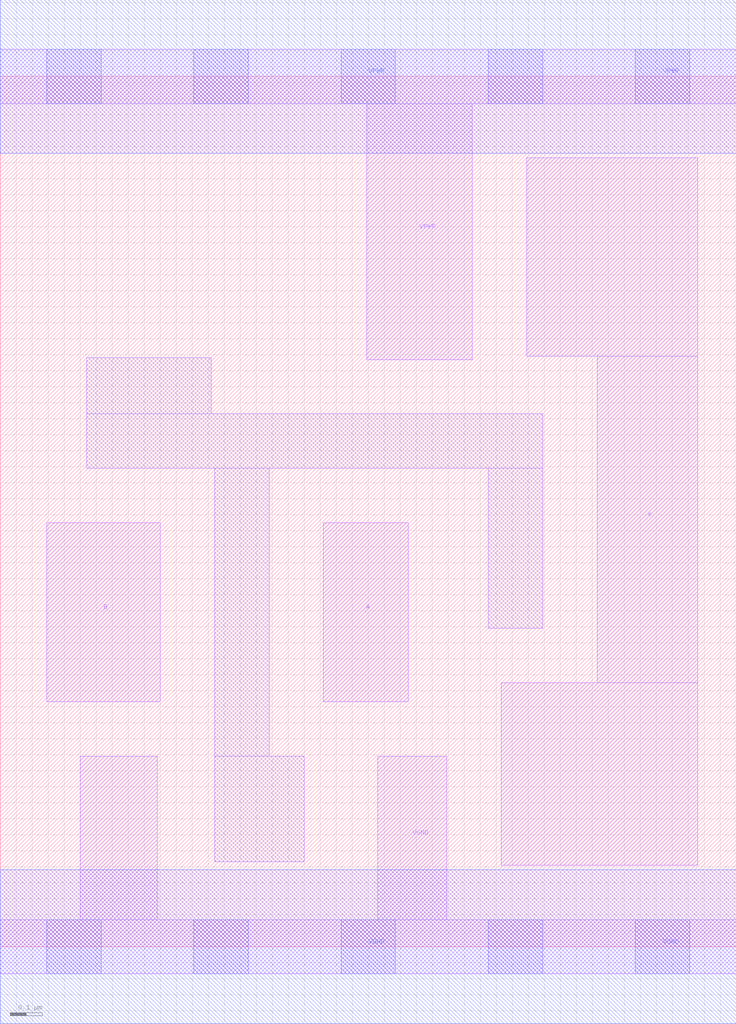
<source format=lef>
# Copyright 2020 The SkyWater PDK Authors
#
# Licensed under the Apache License, Version 2.0 (the "License");
# you may not use this file except in compliance with the License.
# You may obtain a copy of the License at
#
#     https://www.apache.org/licenses/LICENSE-2.0
#
# Unless required by applicable law or agreed to in writing, software
# distributed under the License is distributed on an "AS IS" BASIS,
# WITHOUT WARRANTIES OR CONDITIONS OF ANY KIND, either express or implied.
# See the License for the specific language governing permissions and
# limitations under the License.
#
# SPDX-License-Identifier: Apache-2.0

VERSION 5.7 ;
  NAMESCASESENSITIVE ON ;
  NOWIREEXTENSIONATPIN ON ;
  DIVIDERCHAR "/" ;
  BUSBITCHARS "[]" ;
UNITS
  DATABASE MICRONS 200 ;
END UNITS
MACRO sky130_fd_sc_hd__or2_1
  CLASS CORE ;
  SOURCE USER ;
  FOREIGN sky130_fd_sc_hd__or2_1 ;
  ORIGIN  0.000000  0.000000 ;
  SIZE  2.300000 BY  2.720000 ;
  SYMMETRY X Y R90 ;
  SITE unithd ;
  PIN A
    ANTENNAGATEAREA  0.126000 ;
    DIRECTION INPUT ;
    USE SIGNAL ;
    PORT
      LAYER li1 ;
        RECT 1.010000 0.765000 1.275000 1.325000 ;
    END
  END A
  PIN B
    ANTENNAGATEAREA  0.126000 ;
    DIRECTION INPUT ;
    USE SIGNAL ;
    PORT
      LAYER li1 ;
        RECT 0.145000 0.765000 0.500000 1.325000 ;
    END
  END B
  PIN X
    ANTENNADIFFAREA  0.509000 ;
    DIRECTION OUTPUT ;
    USE SIGNAL ;
    PORT
      LAYER li1 ;
        RECT 1.565000 0.255000 2.180000 0.825000 ;
        RECT 1.645000 1.845000 2.180000 2.465000 ;
        RECT 1.865000 0.825000 2.180000 1.845000 ;
    END
  END X
  PIN VGND
    DIRECTION INOUT ;
    SHAPE ABUTMENT ;
    USE GROUND ;
    PORT
      LAYER li1 ;
        RECT 0.000000 -0.085000 2.300000 0.085000 ;
        RECT 0.250000  0.085000 0.490000 0.595000 ;
        RECT 1.180000  0.085000 1.395000 0.595000 ;
      LAYER mcon ;
        RECT 0.145000 -0.085000 0.315000 0.085000 ;
        RECT 0.605000 -0.085000 0.775000 0.085000 ;
        RECT 1.065000 -0.085000 1.235000 0.085000 ;
        RECT 1.525000 -0.085000 1.695000 0.085000 ;
        RECT 1.985000 -0.085000 2.155000 0.085000 ;
      LAYER met1 ;
        RECT 0.000000 -0.240000 2.300000 0.240000 ;
    END
  END VGND
  PIN VPWR
    DIRECTION INOUT ;
    SHAPE ABUTMENT ;
    USE POWER ;
    PORT
      LAYER li1 ;
        RECT 0.000000 2.635000 2.300000 2.805000 ;
        RECT 1.145000 1.835000 1.475000 2.635000 ;
      LAYER mcon ;
        RECT 0.145000 2.635000 0.315000 2.805000 ;
        RECT 0.605000 2.635000 0.775000 2.805000 ;
        RECT 1.065000 2.635000 1.235000 2.805000 ;
        RECT 1.525000 2.635000 1.695000 2.805000 ;
        RECT 1.985000 2.635000 2.155000 2.805000 ;
      LAYER met1 ;
        RECT 0.000000 2.480000 2.300000 2.960000 ;
    END
  END VPWR
  OBS
    LAYER li1 ;
      RECT 0.270000 1.495000 1.695000 1.665000 ;
      RECT 0.270000 1.665000 0.660000 1.840000 ;
      RECT 0.670000 0.265000 0.950000 0.595000 ;
      RECT 0.670000 0.595000 0.840000 1.495000 ;
      RECT 1.525000 0.995000 1.695000 1.495000 ;
  END
END sky130_fd_sc_hd__or2_1

</source>
